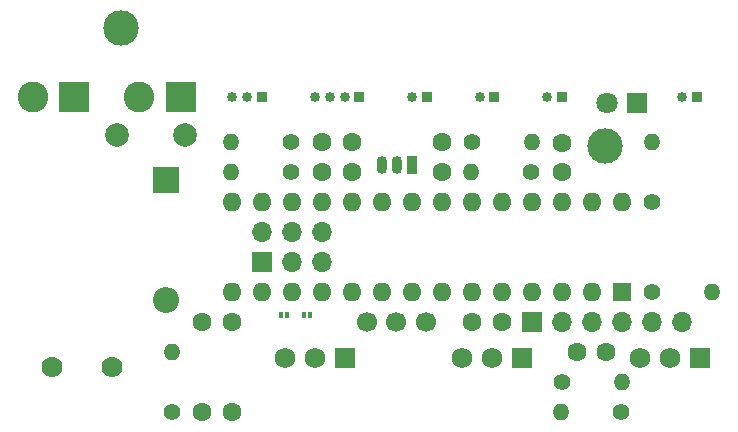
<source format=gts>
G04 #@! TF.FileFunction,Soldermask,Top*
%FSLAX46Y46*%
G04 Gerber Fmt 4.6, Leading zero omitted, Abs format (unit mm)*
G04 Created by KiCad (PCBNEW 4.0.7) date 07/26/19 16:42:22*
%MOMM*%
%LPD*%
G01*
G04 APERTURE LIST*
%ADD10C,0.100000*%
%ADD11R,2.200000X2.200000*%
%ADD12O,2.200000X2.200000*%
%ADD13C,1.778000*%
%ADD14R,1.700000X1.700000*%
%ADD15O,1.700000X1.700000*%
%ADD16R,0.400000X0.600000*%
%ADD17R,1.800000X1.800000*%
%ADD18C,1.800000*%
%ADD19C,3.000000*%
%ADD20C,1.750000*%
%ADD21R,1.750000X1.750000*%
%ADD22C,2.000000*%
%ADD23R,1.600000X1.600000*%
%ADD24O,1.600000X1.600000*%
%ADD25R,2.600000X2.600000*%
%ADD26C,2.600000*%
%ADD27C,1.700000*%
%ADD28C,1.400000*%
%ADD29O,1.400000X1.400000*%
%ADD30C,1.600000*%
%ADD31O,0.900000X1.500000*%
%ADD32R,0.900000X1.500000*%
%ADD33R,0.850000X0.850000*%
%ADD34C,0.850000*%
G04 APERTURE END LIST*
D10*
D11*
X50800000Y-95250000D03*
D12*
X50800000Y-105410000D03*
D13*
X46228000Y-111125000D03*
X41148000Y-111125000D03*
D14*
X81788000Y-107315000D03*
D15*
X84328000Y-107315000D03*
X86868000Y-107315000D03*
X89408000Y-107315000D03*
X91948000Y-107315000D03*
X94488000Y-107315000D03*
D16*
X62988000Y-106680000D03*
X62488000Y-106680000D03*
D17*
X90678000Y-88773000D03*
D18*
X88138000Y-88773000D03*
D19*
X87998000Y-92365000D03*
D20*
X90918000Y-110365000D03*
X93458000Y-110365000D03*
D21*
X95998000Y-110365000D03*
D22*
X46630000Y-91440000D03*
X52430000Y-91440000D03*
D19*
X46998000Y-82365000D03*
D23*
X89408000Y-104775000D03*
D24*
X56388000Y-97155000D03*
X86868000Y-104775000D03*
X58928000Y-97155000D03*
X84328000Y-104775000D03*
X61468000Y-97155000D03*
X81788000Y-104775000D03*
X64008000Y-97155000D03*
X79248000Y-104775000D03*
X66548000Y-97155000D03*
X76708000Y-104775000D03*
X69088000Y-97155000D03*
X74168000Y-104775000D03*
X71628000Y-97155000D03*
X71628000Y-104775000D03*
X74168000Y-97155000D03*
X69088000Y-104775000D03*
X76708000Y-97155000D03*
X66548000Y-104775000D03*
X79248000Y-97155000D03*
X64008000Y-104775000D03*
X81788000Y-97155000D03*
X61468000Y-104775000D03*
X84328000Y-97155000D03*
X58928000Y-104775000D03*
X86868000Y-97155000D03*
X56388000Y-104775000D03*
X89408000Y-97155000D03*
D25*
X52070000Y-88265000D03*
D26*
X48570000Y-88265000D03*
D25*
X43053000Y-88265000D03*
D26*
X39553000Y-88265000D03*
D27*
X67818000Y-107315000D03*
X70318000Y-107315000D03*
X72818000Y-107315000D03*
D28*
X84368000Y-112395000D03*
D29*
X89448000Y-112395000D03*
D28*
X89368000Y-114935000D03*
D29*
X84288000Y-114935000D03*
D30*
X74168000Y-92075000D03*
X74168000Y-94575000D03*
X66548000Y-92075000D03*
X66548000Y-94575000D03*
X79248000Y-107315000D03*
X76748000Y-107315000D03*
D31*
X70358000Y-93980000D03*
X69088000Y-93980000D03*
D32*
X71628000Y-93980000D03*
D30*
X64008000Y-92075000D03*
X64008000Y-94575000D03*
X85598000Y-109855000D03*
X88098000Y-109855000D03*
D28*
X91988000Y-104775000D03*
D29*
X97068000Y-104775000D03*
D30*
X84328000Y-94615000D03*
X84328000Y-92115000D03*
D28*
X76748000Y-92075000D03*
D29*
X81828000Y-92075000D03*
D28*
X81748000Y-94615000D03*
D29*
X76668000Y-94615000D03*
D20*
X75918000Y-110365000D03*
X78458000Y-110365000D03*
D21*
X80998000Y-110365000D03*
D20*
X60918000Y-110365000D03*
X63458000Y-110365000D03*
D21*
X65998000Y-110365000D03*
D28*
X61428000Y-94615000D03*
D29*
X56348000Y-94615000D03*
D28*
X61428000Y-92075000D03*
D29*
X56348000Y-92075000D03*
D28*
X91948000Y-97115000D03*
D29*
X91948000Y-92035000D03*
D30*
X53848000Y-107315000D03*
X53848000Y-114935000D03*
X56388000Y-107315000D03*
X56388000Y-114935000D03*
D28*
X51308000Y-114895000D03*
D29*
X51308000Y-109815000D03*
D14*
X58928000Y-102235000D03*
D15*
X58928000Y-99695000D03*
X61468000Y-102235000D03*
X61468000Y-99695000D03*
X64008000Y-102235000D03*
X64008000Y-99695000D03*
D33*
X78613000Y-88265000D03*
D34*
X77363000Y-88265000D03*
D33*
X67183000Y-88265000D03*
D34*
X65933000Y-88265000D03*
X64683000Y-88265000D03*
X63433000Y-88265000D03*
D33*
X72898000Y-88265000D03*
D34*
X71648000Y-88265000D03*
D33*
X95758000Y-88265000D03*
D34*
X94508000Y-88265000D03*
D33*
X84328000Y-88265000D03*
D34*
X83078000Y-88265000D03*
D33*
X58928000Y-88265000D03*
D34*
X57678000Y-88265000D03*
X56428000Y-88265000D03*
D16*
X60583000Y-106680000D03*
X61083000Y-106680000D03*
M02*

</source>
